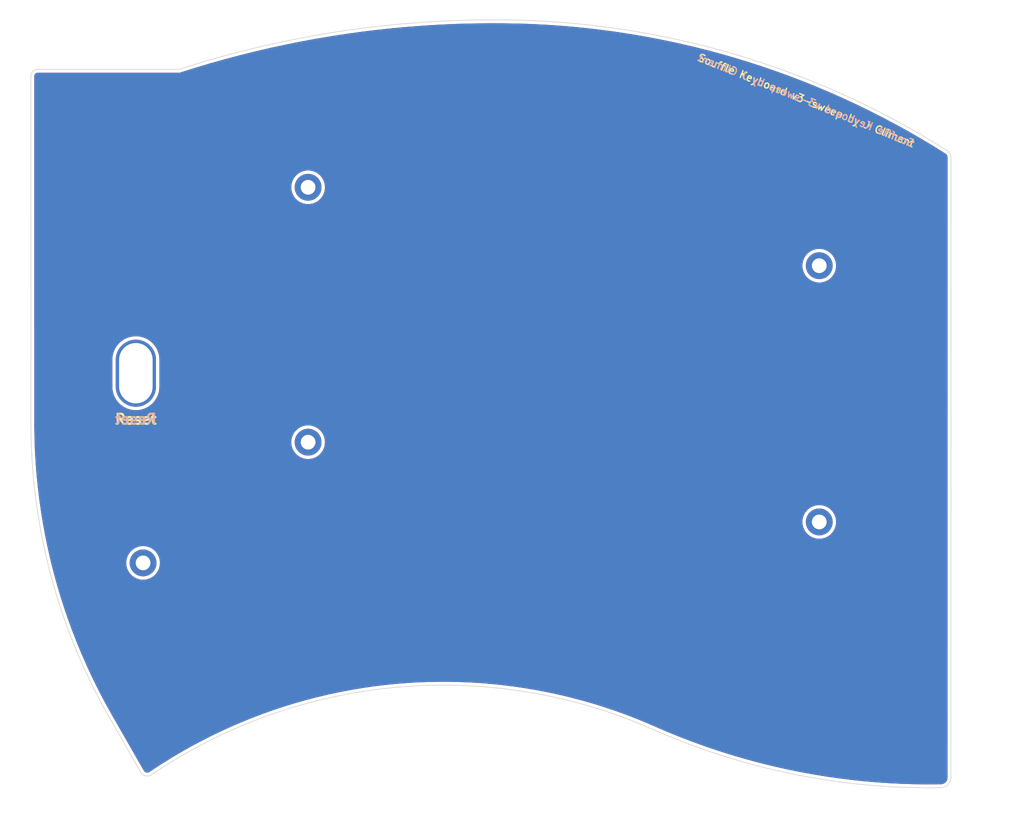
<source format=kicad_pcb>
(kicad_pcb (version 20211014) (generator pcbnew)
  (layers (0 "F.Cu" signal) (31 "B.Cu" signal) (34 "B.Paste" user) (35 "F.Paste" user) (36 "B.SilkS" user "B.Silkscreen") (37 "F.SilkS" user "F.Silkscreen") (38 "B.Mask" user) (39 "F.Mask" user) (44 "Edge.Cuts" user))
  (net 0 "")
  (net 1 "GND")
  (footprint "SofleKeyboard-footprint:M2_HOLE_PCB" (layer "F.Cu") (at 191.434 104.166889)
    (fp_text reference "TH2" hide)
    (fp_text value "HOLE")
    (pad "" thru_hole circle locked (at 0 0) (size 4 4) (drill 2.2) (layers F&B.Cu *.Mask "Dwgs.User"))
  )
  (footprint "SofleKeyboard-footprint:M2_HOLE_PCB" (layer "F.Cu") (at 89.559 81.998139)
    (fp_text reference "TH2" hide)
    (fp_text value "HOLE")
    (pad "" thru_hole oval locked (at 0 0) (size 6 10) (drill oval 5 9) (layers *.Cu *.Mask "Dwgs.User"))
  )
  (footprint "SofleKeyboard-footprint:M2_HOLE_PCB" (layer "F.Cu") (at 115.234 54.279389)
    (fp_text reference "TH2" hide)
    (fp_text value "HOLE")
    (pad "" thru_hole circle locked (at 0 0) (size 4 4) (drill 2.2) (layers F&B.Cu *.Mask "Dwgs.User"))
  )
  (footprint "SofleKeyboard-footprint:M2_HOLE_PCB" (layer "F.Cu") (at 115.234 92.279389)
    (fp_text reference "TH2" hide)
    (fp_text value "HOLE")
    (pad "" thru_hole circle locked (at 0 0) (size 4 4) (drill 2.2) (layers F&B.Cu *.Mask "Dwgs.User"))
  )
  (footprint "SofleKeyboard-footprint:M2_HOLE_PCB" (layer "F.Cu") (at 90.634 110.273139)
    (fp_text reference "TH2" hide)
    (fp_text value "HOLE")
    (pad "" thru_hole circle locked (at 0 0) (size 4 4) (drill 2.2) (layers F&B.Cu *.Mask "Dwgs.User"))
  )
  (footprint "SofleKeyboard-footprint:M2_HOLE_PCB" (layer "F.Cu") (at 191.434 65.966889)
    (fp_text reference "TH2" hide)
    (fp_text value "HOLE")
    (pad "" thru_hole circle locked (at 0 0) (size 4 4) (drill 2.2) (layers F&B.Cu *.Mask "Dwgs.User"))
  )
  (gr_line (start 90.40507 141.641469) (end 90.283386 141.469069) (layer "Edge.Cuts") (width 0.1))
  (gr_line (start 91.506976 142.022919) (end 91.302308 142.045119) (layer "Edge.Cuts") (width 0.1))
  (gr_line (start 90.283386 141.469069) (end 85.872 133.769139) (layer "Edge.Cuts") (width 0.1))
  (gr_line (start 95.983431 36.700709) (end 74.907857 36.700709) (layer "Edge.Cuts") (width 0.1))
  (gr_line (start 91.709202 141.962619) (end 91.881794 141.860999) (layer "Edge.Cuts") (width 0.1))
  (gr_line (start 90.720149 141.899419) (end 90.552207 141.785459) (layer "Edge.Cuts") (width 0.1))
  (gr_line (start 91.302308 142.045119) (end 91.099848 142.030819) (layer "Edge.Cuts") (width 0.1))
  (gr_arc (start 85.872 133.769139) (mid 77.043897 112.704637) (end 73.909257 90.081139) (layer "Edge.Cuts") (width 0.1))
  (gr_line (start 73.909257 90.081139) (end 73.907857 37.700709) (layer "Edge.Cuts") (width 0.1))
  (gr_arc (start 73.907857 37.700709) (mid 74.20075 36.993602) (end 74.907857 36.700709) (layer "Edge.Cuts") (width 0.1))
  (gr_arc (start 210.479413 48.796999) (mid 210.913695 49.214095) (end 211.077181 49.793234) (layer "Edge.Cuts") (width 0.1))
  (gr_arc (start 144.3715 29.329389) (mid 178.787348 34.438496) (end 210.479413 48.796999) (layer "Edge.Cuts") (width 0.1))
  (gr_arc (start 95.983431 36.700709) (mid 119.878864 31.054919) (end 144.3715 29.329389) (layer "Edge.Cuts") (width 0.1))
  (gr_line (start 91.709202 141.962619) (end 91.506976 142.022919) (layer "Edge.Cuts") (width 0.1))
  (gr_line (start 91.099848 142.030819) (end 90.904246 141.981719) (layer "Edge.Cuts") (width 0.1))
  (gr_arc (start 91.881794 141.860999) (mid 128.621307 128.796904) (end 167.0717 135.279939) (layer "Edge.Cuts") (width 0.1))
  (gr_arc (start 211.0717 142.279939) (mid 210.63236 143.340599) (end 209.5717 143.779939) (layer "Edge.Cuts") (width 0.1))
  (gr_line (start 90.904246 141.981719) (end 90.720149 141.899419) (layer "Edge.Cuts") (width 0.1))
  (gr_line (start 211.077181 49.793234) (end 211.0717 142.279939) (layer "Edge.Cuts") (width 0.1))
  (gr_arc (start 209.5717 143.779939) (mid 187.863473 141.821074) (end 167.0717 135.279939) (layer "Edge.Cuts") (width 0.1))
  (gr_line (start 90.552207 141.785459) (end 90.40507 141.641469) (layer "Edge.Cuts") (width 0.1))
  (gr_text "Reset" (at 89.559 88.856139) (layer "B.SilkS") (effects (font (size 1.5 1.5) (thickness 0.3)) (justify mirror)))
  (gr_text "Soufflé Keyboard v3-sweep by J Climent" (at 189.47775 41.341889 -22) (layer "B.SilkS") (effects (font (size 1.1 1.1) (thickness 0.2)) (justify mirror)))
  (gr_text "Reset" (at 89.559 88.856139) (layer "F.SilkS") (effects (font (size 1.5 1.5) (thickness 0.3))))
  (gr_text "Soufflé Keyboard v3-sweep by J Climent" (at 189.47775 41.341889 -22) (layer "F.SilkS") (effects (font (size 1.1 1.1) (thickness 0.2))))
  (zone (net 1) (net_name "GND") (layers F&B.Cu) (connect_pads (clearance 0.508)) (min_thickness 0.254) (fill yes (thermal_gap 0.508) (thermal_bridge_width 0.508) (island_removal_mode 1) (island_area_min 0))
    (polygon (pts (xy 221.958 148.787139) (xy 69.304 148.787139) (xy 69.304 26.359139) (xy 221.958 26.359139)))
  )
)
</source>
